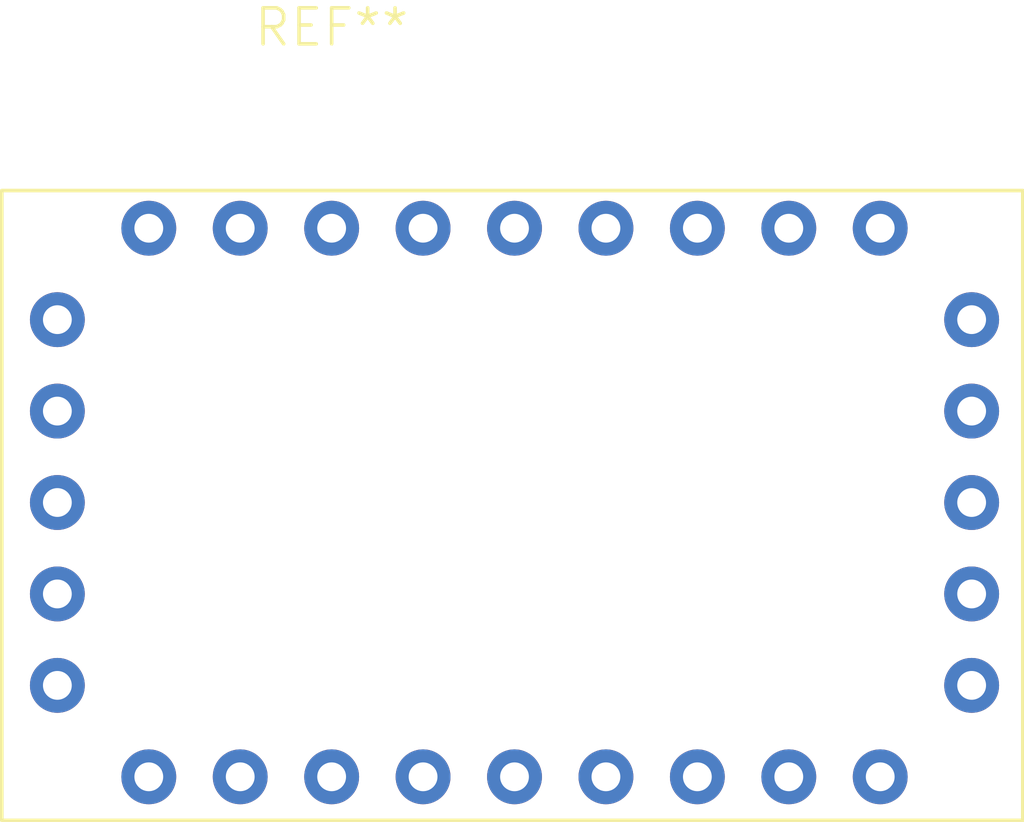
<source format=kicad_pcb>
(kicad_pcb (version 20221018) (generator pcbnew)
  (layers (0 "F.Cu" signal) (31 "B.Cu" signal) (34 "B.Paste" user) (35 "F.Paste" user) (36 "B.SilkS" user "B.Silkscreen") (37 "F.SilkS" user "F.Silkscreen") (38 "B.Mask" user) (39 "F.Mask" user) (44 "Edge.Cuts" user))
  (net 0 "")
  (footprint "EmStatPico:EmStat Pico" (layer "F.Cu") (at 128.524 74.676)
    (fp_text reference "REF**" (at 0 -0.5 unlocked) (layer "F.SilkS") (effects (font (thickness 0.1))))
    (fp_text value "EmStat Pico")
    (fp_rect (start -9.163636 4.032727) (end 19.199999 21.530909) (stroke (width 0.1)) (fill none) (layer "F.SilkS"))
    (pad "2" thru_hole circle (at -5.08 5.08) (size 1.524 1.524) (drill 0.8) (property pad_prop_fiducial_loc) (layers "*.Cu" "*.Mask"))
    (pad "3" thru_hole circle (at -7.62 17.78) (size 1.524 1.524) (drill 0.8) (layers "*.Cu" "*.Mask"))
    (pad "4" thru_hole circle (at -7.62 15.24) (size 1.524 1.524) (drill 0.8) (layers "*.Cu" "*.Mask"))
    (pad "5" thru_hole circle (at -7.62 12.7) (size 1.524 1.524) (drill 0.8) (layers "*.Cu" "*.Mask"))
    (pad "6" thru_hole circle (at -7.62 10.16) (size 1.524 1.524) (drill 0.8) (layers "*.Cu" "*.Mask"))
    (pad "7" thru_hole circle (at -7.62 7.62) (size 1.524 1.524) (drill 0.8) (layers "*.Cu" "*.Mask"))
    (pad "8" thru_hole circle (at -2.54 5.08) (size 1.524 1.524) (drill 0.8) (layers "*.Cu" "*.Mask"))
    (pad "9" thru_hole circle (at 0 5.08) (size 1.524 1.524) (drill 0.8) (layers "*.Cu" "*.Mask"))
    (pad "10" thru_hole circle (at 2.54 5.08) (size 1.524 1.524) (drill 0.8) (layers "*.Cu" "*.Mask"))
    (pad "11" thru_hole circle (at 5.08 5.08) (size 1.524 1.524) (drill 0.8) (layers "*.Cu" "*.Mask"))
    (pad "12" thru_hole circle (at 7.62 5.08) (size 1.524 1.524) (drill 0.8) (layers "*.Cu" "*.Mask"))
    (pad "13" thru_hole circle (at 10.16 5.08) (size 1.524 1.524) (drill 0.8) (layers "*.Cu" "*.Mask"))
    (pad "14" thru_hole circle (at 12.7 5.08) (size 1.524 1.524) (drill 0.8) (layers "*.Cu" "*.Mask"))
    (pad "15" thru_hole circle (at 15.24 5.08) (size 1.524 1.524) (drill 0.8) (layers "*.Cu" "*.Mask"))
    (pad "16" thru_hole circle (at 17.78 7.62) (size 1.524 1.524) (drill 0.8) (layers "*.Cu" "*.Mask"))
    (pad "17" thru_hole circle (at 17.78 10.16) (size 1.524 1.524) (drill 0.8) (layers "*.Cu" "*.Mask"))
    (pad "18" thru_hole circle (at 17.78 12.7) (size 1.524 1.524) (drill 0.8) (layers "*.Cu" "*.Mask"))
    (pad "19" thru_hole circle (at 17.78 15.24) (size 1.524 1.524) (drill 0.8) (layers "*.Cu" "*.Mask"))
    (pad "20" thru_hole circle (at 17.78 17.78) (size 1.524 1.524) (drill 0.8) (layers "*.Cu" "*.Mask"))
    (pad "21" thru_hole circle (at 15.24 20.32) (size 1.524 1.524) (drill 0.8) (layers "*.Cu" "*.Mask"))
    (pad "22" thru_hole circle (at 12.7 20.32) (size 1.524 1.524) (drill 0.8) (layers "*.Cu" "*.Mask"))
    (pad "23" thru_hole circle (at 5.08 20.32) (size 1.524 1.524) (drill 0.8) (layers "*.Cu" "*.Mask"))
    (pad "24" thru_hole circle (at 7.62 20.32) (size 1.524 1.524) (drill 0.8) (layers "*.Cu" "*.Mask"))
    (pad "25" thru_hole circle (at 10.16 20.32) (size 1.524 1.524) (drill 0.8) (layers "*.Cu" "*.Mask"))
    (pad "26" thru_hole circle (at 2.54 20.32) (size 1.524 1.524) (drill 0.8) (layers "*.Cu" "*.Mask"))
    (pad "27" thru_hole circle (at 0 20.32) (size 1.524 1.524) (drill 0.8) (layers "*.Cu" "*.Mask"))
    (pad "28" thru_hole circle (at -2.54 20.32) (size 1.524 1.524) (drill 0.8) (layers "*.Cu" "*.Mask"))
    (pad "29" thru_hole circle (at -5.08 20.32) (size 1.524 1.524) (drill 0.8) (layers "*.Cu" "*.Mask"))
  )
)
</source>
